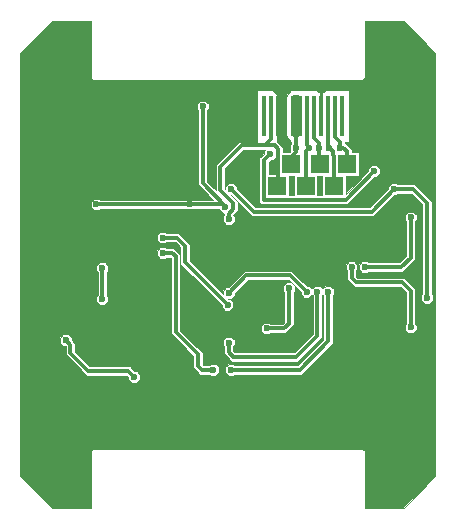
<source format=gbr>
%FSLAX34Y34*%
%MOMM*%
%LNSILK_TOP*%
G71*
G01*
%ADD10C, 0.30*%
%ADD11C, 0.60*%
%ADD12R, 0.30X3.50*%
%ADD13R, 1.50X1.50*%
%ADD14C, 0.10*%
%LPD*%
G54D10*
X276000Y910000D02*
X276000Y893000D01*
X280000Y889000D01*
X280000Y884000D01*
G54D10*
X270000Y910000D02*
X270000Y885000D01*
X271000Y884000D01*
G54D10*
X258000Y910000D02*
X258000Y892000D01*
X262000Y888000D01*
X262000Y884000D01*
G54D10*
X252000Y910000D02*
X252000Y886000D01*
X254000Y884000D01*
G54D10*
X243000Y910000D02*
X243000Y884000D01*
X243000Y884000D02*
G54D11*
D03*
X216000Y911000D02*
G54D12*
D03*
X222000Y911000D02*
G54D12*
D03*
X228000Y911000D02*
G54D12*
D03*
X234000Y911000D02*
G54D12*
D03*
X240000Y911000D02*
G54D12*
D03*
X246000Y911000D02*
G54D12*
D03*
X252000Y911000D02*
G54D12*
D03*
X258000Y911000D02*
G54D12*
D03*
X264000Y911000D02*
G54D12*
D03*
X270000Y911000D02*
G54D12*
D03*
X276000Y911000D02*
G54D12*
D03*
X282000Y911000D02*
G54D12*
D03*
G36*
X229000Y927000D02*
X233000Y927000D01*
X233000Y895000D01*
X229000Y895000D01*
X229000Y927000D01*
G37*
G54D10*
X229000Y927000D02*
X233000Y927000D01*
X233000Y895000D01*
X229000Y895000D01*
X229000Y927000D01*
G36*
X241000Y927000D02*
X245000Y927000D01*
X245000Y895000D01*
X241000Y895000D01*
X241000Y927000D01*
G37*
G54D10*
X241000Y927000D02*
X245000Y927000D01*
X245000Y895000D01*
X241000Y895000D01*
X241000Y927000D01*
X254000Y884000D02*
G54D11*
D03*
X262000Y884000D02*
G54D11*
D03*
X271000Y884000D02*
G54D11*
D03*
X280000Y884000D02*
G54D11*
D03*
G54D10*
X222000Y900000D02*
X222000Y891000D01*
X217000Y886000D01*
X197000Y886000D01*
X179000Y868000D01*
X179000Y848000D01*
X190000Y837000D01*
X190000Y832000D01*
X186000Y828000D01*
X186000Y824000D01*
X326000Y849000D02*
G54D11*
D03*
X340000Y825000D02*
G54D11*
D03*
X340000Y732000D02*
G54D11*
D03*
X354000Y757000D02*
G54D11*
D03*
X290000Y783000D02*
G54D11*
D03*
X301000Y783000D02*
G54D11*
D03*
G54D10*
X340000Y732000D02*
X340000Y763000D01*
X333000Y770000D01*
X294000Y770000D01*
X290000Y774000D01*
X290000Y783000D01*
G54D10*
X340000Y825000D02*
X340000Y791000D01*
X332000Y783000D01*
X301000Y783000D01*
G54D10*
X354000Y825000D02*
X354000Y757000D01*
X261000Y762000D02*
G54D11*
D03*
X270000Y762000D02*
G54D11*
D03*
X186000Y719000D02*
G54D11*
D03*
X188000Y696000D02*
G54D11*
D03*
G54D10*
X186000Y719000D02*
X186000Y711000D01*
X190000Y707000D01*
X243000Y707000D01*
X261000Y725000D01*
X261000Y762000D01*
G54D10*
X188000Y696000D02*
X246000Y696000D01*
X270000Y720000D01*
X270000Y762000D01*
X130000Y808000D02*
G54D11*
D03*
X130000Y795000D02*
G54D11*
D03*
X185000Y751000D02*
G54D11*
D03*
X173000Y696000D02*
G54D11*
D03*
G54D10*
X130000Y795000D02*
X138000Y795000D01*
X141000Y792000D01*
X141000Y728000D01*
X160000Y709000D01*
X160000Y699000D01*
X163000Y696000D01*
X173000Y696000D01*
G54D10*
X130000Y808000D02*
X142000Y808000D01*
X149000Y801000D01*
X149000Y787000D01*
X185000Y751000D01*
X106000Y690000D02*
G54D11*
D03*
X48000Y721000D02*
G54D11*
D03*
G54D10*
X48000Y721000D02*
X52000Y717000D01*
X52000Y710000D01*
X67000Y695000D01*
X101000Y695000D01*
X106000Y690000D01*
G54D10*
X79000Y782000D02*
X79000Y756000D01*
X79000Y782000D02*
G54D11*
D03*
X79000Y756000D02*
G54D11*
D03*
G54D10*
X183000Y834000D02*
X181000Y836000D01*
X74000Y836000D01*
X183000Y834000D02*
G54D11*
D03*
X74000Y836000D02*
G54D11*
D03*
X186000Y824000D02*
G54D11*
D03*
X252000Y762000D02*
G54D11*
D03*
X186000Y761000D02*
G54D11*
D03*
G54D10*
X186000Y761000D02*
X201000Y776000D01*
X238000Y776000D01*
X252000Y762000D01*
X164000Y919000D02*
G54D11*
D03*
G54D10*
X164000Y919000D02*
X164000Y854000D01*
X183000Y835000D01*
X183000Y834000D01*
X309000Y864000D02*
G54D11*
D03*
X221000Y879000D02*
G54D11*
D03*
G54D10*
X221000Y879000D02*
X216000Y874000D01*
X216000Y840000D01*
X285000Y840000D01*
X309000Y864000D01*
X237000Y765000D02*
G54D11*
D03*
X218000Y731000D02*
G54D11*
D03*
G54D10*
X237000Y765000D02*
X237000Y735000D01*
X233000Y731000D01*
X218000Y731000D01*
X188000Y849000D02*
G54D11*
D03*
G54D10*
X188000Y849000D02*
X207000Y830000D01*
X307000Y830000D01*
X326000Y849000D01*
X342000Y849000D01*
X354000Y837000D01*
X354000Y825000D01*
X286000Y870000D02*
G54D13*
D03*
X263000Y870000D02*
G54D13*
D03*
X239000Y870000D02*
G54D13*
D03*
X251000Y852000D02*
G54D13*
D03*
X275000Y852000D02*
G54D13*
D03*
X227000Y852000D02*
G54D13*
D03*
G54D10*
X280000Y884000D02*
X283000Y884000D01*
X286000Y881000D01*
X286000Y870000D01*
G54D10*
X271000Y884000D02*
X274000Y881000D01*
X274000Y878000D01*
X275000Y877000D01*
X275000Y852000D01*
G54D10*
X262000Y884000D02*
X262000Y871000D01*
X263000Y870000D01*
G54D10*
X254000Y884000D02*
X251000Y881000D01*
X251000Y852000D01*
G54D10*
X243000Y884000D02*
X243000Y880000D01*
X238000Y875000D01*
G54D10*
X217000Y886000D02*
X225000Y886000D01*
X228000Y883000D01*
X228000Y853000D01*
X227000Y852000D01*
X324000Y870000D02*
G54D13*
D03*
G36*
X69000Y991000D02*
X69000Y943000D01*
X71000Y941000D01*
X299000Y941000D01*
X301000Y943000D01*
X301000Y991000D01*
X334000Y991000D01*
X361000Y964000D01*
X361000Y927000D01*
X288000Y927000D01*
X288000Y933000D01*
X9000Y933000D01*
X9000Y964000D01*
X36000Y991000D01*
X69000Y991000D01*
G37*
G54D14*
X69000Y991000D02*
X69000Y943000D01*
X71000Y941000D01*
X299000Y941000D01*
X301000Y943000D01*
X301000Y991000D01*
X334000Y991000D01*
X361000Y964000D01*
X361000Y927000D01*
X288000Y927000D01*
X288000Y933000D01*
X9000Y933000D01*
X9000Y964000D01*
X36000Y991000D01*
X69000Y991000D01*
G36*
X69000Y579000D02*
X69000Y627000D01*
X71000Y629000D01*
X299000Y629000D01*
X301000Y627000D01*
X301000Y579000D01*
X334000Y579000D01*
X361000Y606000D01*
X361000Y684000D01*
X9000Y684000D01*
X9000Y606000D01*
X36000Y579000D01*
X69000Y579000D01*
G37*
G54D14*
X69000Y579000D02*
X69000Y627000D01*
X71000Y629000D01*
X299000Y629000D01*
X301000Y627000D01*
X301000Y579000D01*
X334000Y579000D01*
X361000Y606000D01*
X361000Y684000D01*
X9000Y684000D01*
X9000Y606000D01*
X36000Y579000D01*
X69000Y579000D01*
G36*
X9000Y933000D02*
X9000Y684000D01*
X42000Y684000D01*
X42000Y933000D01*
X9000Y933000D01*
G37*
G54D14*
X9000Y933000D02*
X9000Y684000D01*
X42000Y684000D01*
X42000Y933000D01*
X9000Y933000D01*
G36*
X232000Y880000D02*
X232000Y884000D01*
X227000Y889000D01*
X239000Y889000D01*
X239000Y887000D01*
X238000Y886000D01*
X238000Y884000D01*
X238000Y880000D01*
X232000Y880000D01*
G37*
G54D14*
X232000Y880000D02*
X232000Y884000D01*
X227000Y889000D01*
X239000Y889000D01*
X239000Y887000D01*
X238000Y886000D01*
X238000Y884000D01*
X238000Y880000D01*
X232000Y880000D01*
G36*
X237000Y860000D02*
X241000Y860000D01*
X241000Y844000D01*
X237000Y844000D01*
X237000Y860000D01*
G37*
G54D14*
X237000Y860000D02*
X241000Y860000D01*
X241000Y844000D01*
X237000Y844000D01*
X237000Y860000D01*
G36*
X261000Y860000D02*
X265000Y860000D01*
X265000Y844000D01*
X261000Y844000D01*
X261000Y860000D01*
G37*
G54D14*
X261000Y860000D02*
X265000Y860000D01*
X265000Y844000D01*
X261000Y844000D01*
X261000Y860000D01*
G36*
X225000Y862000D02*
X225000Y874000D01*
X225000Y875000D01*
X224000Y874000D01*
X222000Y874000D01*
X220000Y872000D01*
X220000Y862000D01*
X225000Y862000D01*
G37*
G54D14*
X225000Y862000D02*
X225000Y874000D01*
X225000Y875000D01*
X224000Y874000D01*
X222000Y874000D01*
X220000Y872000D01*
X220000Y862000D01*
X225000Y862000D01*
G36*
X209000Y882000D02*
X198000Y882000D01*
X183000Y867000D01*
X183000Y853000D01*
X183000Y849000D01*
X183000Y851000D01*
X186000Y854000D01*
X190000Y854000D01*
X193000Y851000D01*
X193000Y850000D01*
X193000Y849000D01*
X208000Y834000D01*
X216000Y834000D01*
X212000Y838000D01*
X212000Y875000D01*
X216000Y879000D01*
X216000Y881000D01*
X217000Y882000D01*
X209000Y882000D01*
G37*
G54D14*
X209000Y882000D02*
X198000Y882000D01*
X183000Y867000D01*
X183000Y853000D01*
X183000Y849000D01*
X183000Y851000D01*
X186000Y854000D01*
X190000Y854000D01*
X193000Y851000D01*
X193000Y850000D01*
X193000Y849000D01*
X208000Y834000D01*
X216000Y834000D01*
X212000Y838000D01*
X212000Y875000D01*
X216000Y879000D01*
X216000Y881000D01*
X217000Y882000D01*
X209000Y882000D01*
G36*
X210000Y836000D02*
X210000Y834000D01*
X305000Y834000D01*
X305000Y855000D01*
X286000Y836000D01*
X210000Y836000D01*
G37*
G54D14*
X210000Y836000D02*
X210000Y834000D01*
X305000Y834000D01*
X305000Y855000D01*
X286000Y836000D01*
X210000Y836000D01*
G36*
X358000Y812000D02*
X361000Y812000D01*
X361000Y927000D01*
X288000Y927000D01*
X288000Y889000D01*
X284000Y889000D01*
X284000Y888000D01*
X290000Y882000D01*
X290000Y880000D01*
X296000Y880000D01*
X296000Y860000D01*
X285000Y860000D01*
X285000Y845000D01*
X304000Y864000D01*
X304000Y866000D01*
X307000Y869000D01*
X311000Y869000D01*
X314000Y866000D01*
X314000Y860000D01*
X314000Y862000D01*
X311000Y859000D01*
X309000Y859000D01*
X305000Y855000D01*
X305000Y834000D01*
X306000Y834000D01*
X321000Y849000D01*
X321000Y851000D01*
X324000Y854000D01*
X328000Y854000D01*
X329000Y853000D01*
X343000Y853000D01*
X358000Y838000D01*
X358000Y812000D01*
G37*
G54D14*
X358000Y812000D02*
X361000Y812000D01*
X361000Y927000D01*
X288000Y927000D01*
X288000Y889000D01*
X284000Y889000D01*
X284000Y888000D01*
X290000Y882000D01*
X290000Y880000D01*
X296000Y880000D01*
X296000Y860000D01*
X285000Y860000D01*
X285000Y845000D01*
X304000Y864000D01*
X304000Y866000D01*
X307000Y869000D01*
X311000Y869000D01*
X314000Y866000D01*
X314000Y860000D01*
X314000Y862000D01*
X311000Y859000D01*
X309000Y859000D01*
X305000Y855000D01*
X305000Y834000D01*
X306000Y834000D01*
X321000Y849000D01*
X321000Y851000D01*
X324000Y854000D01*
X328000Y854000D01*
X329000Y853000D01*
X343000Y853000D01*
X358000Y838000D01*
X358000Y812000D01*
G36*
X164000Y924000D02*
X164000Y933000D01*
X210000Y933000D01*
X210000Y889000D01*
X195000Y889000D01*
X175000Y869000D01*
X175000Y848000D01*
X168000Y855000D01*
X168000Y916000D01*
X169000Y917000D01*
X169000Y921000D01*
X166000Y924000D01*
X164000Y924000D01*
G37*
G54D14*
X164000Y924000D02*
X164000Y933000D01*
X210000Y933000D01*
X210000Y889000D01*
X195000Y889000D01*
X175000Y869000D01*
X175000Y848000D01*
X168000Y855000D01*
X168000Y916000D01*
X169000Y917000D01*
X169000Y921000D01*
X166000Y924000D01*
X164000Y924000D01*
G36*
X173000Y840000D02*
X160000Y853000D01*
X160000Y916000D01*
X159000Y917000D01*
X159000Y921000D01*
X162000Y924000D01*
X164000Y924000D01*
X164000Y933000D01*
X42000Y933000D01*
X42000Y836000D01*
X69000Y836000D01*
X69000Y838000D01*
X72000Y841000D01*
X76000Y841000D01*
X77000Y840000D01*
X173000Y840000D01*
G37*
G54D14*
X173000Y840000D02*
X160000Y853000D01*
X160000Y916000D01*
X159000Y917000D01*
X159000Y921000D01*
X162000Y924000D01*
X164000Y924000D01*
X164000Y933000D01*
X42000Y933000D01*
X42000Y836000D01*
X69000Y836000D01*
X69000Y838000D01*
X72000Y841000D01*
X76000Y841000D01*
X77000Y840000D01*
X173000Y840000D01*
G36*
X43000Y721000D02*
X43000Y719000D01*
X46000Y716000D01*
X48000Y716000D01*
X48000Y709000D01*
X66000Y691000D01*
X100000Y691000D01*
X101000Y690000D01*
X101000Y688000D01*
X104000Y685000D01*
X106000Y685000D01*
X106000Y684000D01*
X42000Y684000D01*
X42000Y721000D01*
X43000Y721000D01*
G37*
G54D14*
X43000Y721000D02*
X43000Y719000D01*
X46000Y716000D01*
X48000Y716000D01*
X48000Y709000D01*
X66000Y691000D01*
X100000Y691000D01*
X101000Y690000D01*
X101000Y688000D01*
X104000Y685000D01*
X106000Y685000D01*
X106000Y684000D01*
X42000Y684000D01*
X42000Y721000D01*
X43000Y721000D01*
G36*
X358000Y812000D02*
X361000Y812000D01*
X361000Y684000D01*
X358000Y684000D01*
X358000Y754000D01*
X359000Y755000D01*
X359000Y759000D01*
X358000Y760000D01*
X358000Y812000D01*
G37*
G54D14*
X358000Y812000D02*
X361000Y812000D01*
X361000Y684000D01*
X358000Y684000D01*
X358000Y754000D01*
X359000Y755000D01*
X359000Y759000D01*
X358000Y760000D01*
X358000Y812000D01*
G36*
X130000Y832000D02*
X130000Y813000D01*
X128000Y813000D01*
X125000Y810000D01*
X125000Y806000D01*
X128000Y803000D01*
X130000Y803000D01*
X130000Y800000D01*
X128000Y800000D01*
X125000Y797000D01*
X125000Y793000D01*
X128000Y790000D01*
X130000Y790000D01*
X132000Y790000D01*
X133000Y791000D01*
X137000Y791000D01*
X137000Y727000D01*
X156000Y708000D01*
X156000Y684000D01*
X106000Y684000D01*
X106000Y685000D01*
X108000Y685000D01*
X111000Y688000D01*
X111000Y692000D01*
X108000Y695000D01*
X106000Y695000D01*
X102000Y699000D01*
X68000Y699000D01*
X56000Y711000D01*
X56000Y718000D01*
X53000Y721000D01*
X53000Y723000D01*
X50000Y726000D01*
X46000Y726000D01*
X43000Y723000D01*
X43000Y721000D01*
X42000Y721000D01*
X42000Y836000D01*
X69000Y836000D01*
X69000Y782000D01*
X74000Y782000D01*
X74000Y780000D01*
X75000Y779000D01*
X75000Y759000D01*
X74000Y758000D01*
X74000Y754000D01*
X77000Y751000D01*
X81000Y751000D01*
X84000Y754000D01*
X84000Y758000D01*
X83000Y759000D01*
X83000Y779000D01*
X84000Y780000D01*
X84000Y832000D01*
X130000Y832000D01*
G37*
G54D14*
X130000Y832000D02*
X130000Y813000D01*
X128000Y813000D01*
X125000Y810000D01*
X125000Y806000D01*
X128000Y803000D01*
X130000Y803000D01*
X130000Y800000D01*
X128000Y800000D01*
X125000Y797000D01*
X125000Y793000D01*
X128000Y790000D01*
X130000Y790000D01*
X132000Y790000D01*
X133000Y791000D01*
X137000Y791000D01*
X137000Y727000D01*
X156000Y708000D01*
X156000Y684000D01*
X106000Y684000D01*
X106000Y685000D01*
X108000Y685000D01*
X111000Y688000D01*
X111000Y692000D01*
X108000Y695000D01*
X106000Y695000D01*
X102000Y699000D01*
X68000Y699000D01*
X56000Y711000D01*
X56000Y718000D01*
X53000Y721000D01*
X53000Y723000D01*
X50000Y726000D01*
X46000Y726000D01*
X43000Y723000D01*
X43000Y721000D01*
X42000Y721000D01*
X42000Y836000D01*
X69000Y836000D01*
X69000Y782000D01*
X74000Y782000D01*
X74000Y780000D01*
X75000Y779000D01*
X75000Y759000D01*
X74000Y758000D01*
X74000Y754000D01*
X77000Y751000D01*
X81000Y751000D01*
X84000Y754000D01*
X84000Y758000D01*
X83000Y759000D01*
X83000Y779000D01*
X84000Y780000D01*
X84000Y832000D01*
X130000Y832000D01*
G36*
X77000Y832000D02*
X84000Y832000D01*
X84000Y784000D01*
X81000Y787000D01*
X77000Y787000D01*
X74000Y784000D01*
X74000Y782000D01*
X69000Y782000D01*
X69000Y834000D01*
X71000Y832000D01*
X72000Y831000D01*
X76000Y831000D01*
X77000Y832000D01*
G37*
G54D14*
X77000Y832000D02*
X84000Y832000D01*
X84000Y784000D01*
X81000Y787000D01*
X77000Y787000D01*
X74000Y784000D01*
X74000Y782000D01*
X69000Y782000D01*
X69000Y834000D01*
X71000Y832000D01*
X72000Y831000D01*
X76000Y831000D01*
X77000Y832000D01*
G36*
X141000Y804000D02*
X145000Y800000D01*
X145000Y783000D01*
X145000Y793000D01*
X139000Y799000D01*
X133000Y799000D01*
X132000Y800000D01*
X130000Y800000D01*
X130000Y803000D01*
X132000Y803000D01*
X133000Y804000D01*
X141000Y804000D01*
G37*
G54D14*
X141000Y804000D02*
X145000Y800000D01*
X145000Y783000D01*
X145000Y793000D01*
X139000Y799000D01*
X133000Y799000D01*
X132000Y800000D01*
X130000Y800000D01*
X130000Y803000D01*
X132000Y803000D01*
X133000Y804000D01*
X141000Y804000D01*
G36*
X145000Y786000D02*
X180000Y751000D01*
X180000Y749000D01*
X183000Y746000D01*
X187000Y746000D01*
X187000Y724000D01*
X184000Y724000D01*
X181000Y721000D01*
X181000Y717000D01*
X182000Y716000D01*
X182000Y710000D01*
X164000Y710000D01*
X145000Y729000D01*
X145000Y786000D01*
G37*
G54D14*
X145000Y786000D02*
X180000Y751000D01*
X180000Y749000D01*
X183000Y746000D01*
X187000Y746000D01*
X187000Y724000D01*
X184000Y724000D01*
X181000Y721000D01*
X181000Y717000D01*
X182000Y716000D01*
X182000Y710000D01*
X164000Y710000D01*
X145000Y729000D01*
X145000Y786000D01*
G36*
X164000Y710000D02*
X182000Y710000D01*
X189000Y703000D01*
X244000Y703000D01*
X265000Y724000D01*
X265000Y759000D01*
X266000Y759000D01*
X266000Y721000D01*
X245000Y700000D01*
X191000Y700000D01*
X190000Y701000D01*
X186000Y701000D01*
X183000Y698000D01*
X183000Y696000D01*
X178000Y696000D01*
X178000Y698000D01*
X175000Y701000D01*
X171000Y701000D01*
X170000Y700000D01*
X164000Y700000D01*
X164000Y710000D01*
G37*
G54D14*
X164000Y710000D02*
X182000Y710000D01*
X189000Y703000D01*
X244000Y703000D01*
X265000Y724000D01*
X265000Y759000D01*
X266000Y759000D01*
X266000Y721000D01*
X245000Y700000D01*
X191000Y700000D01*
X190000Y701000D01*
X186000Y701000D01*
X183000Y698000D01*
X183000Y696000D01*
X178000Y696000D01*
X178000Y698000D01*
X175000Y701000D01*
X171000Y701000D01*
X170000Y700000D01*
X164000Y700000D01*
X164000Y710000D01*
G36*
X191000Y711000D02*
X190000Y712000D01*
X190000Y716000D01*
X191000Y717000D01*
X191000Y721000D01*
X188000Y724000D01*
X187000Y724000D01*
X187000Y746000D01*
X190000Y749000D01*
X190000Y753000D01*
X187000Y756000D01*
X185000Y756000D01*
X187000Y756000D01*
X188000Y756000D01*
X191000Y759000D01*
X191000Y761000D01*
X202000Y772000D01*
X237000Y772000D01*
X237000Y770000D01*
X235000Y770000D01*
X232000Y767000D01*
X232000Y763000D01*
X233000Y762000D01*
X233000Y736000D01*
X232000Y735000D01*
X221000Y735000D01*
X220000Y736000D01*
X216000Y736000D01*
X213000Y733000D01*
X213000Y729000D01*
X216000Y726000D01*
X220000Y726000D01*
X221000Y727000D01*
X225000Y727000D01*
X225000Y711000D01*
X191000Y711000D01*
G37*
G54D14*
X191000Y711000D02*
X190000Y712000D01*
X190000Y716000D01*
X191000Y717000D01*
X191000Y721000D01*
X188000Y724000D01*
X187000Y724000D01*
X187000Y746000D01*
X190000Y749000D01*
X190000Y753000D01*
X187000Y756000D01*
X185000Y756000D01*
X187000Y756000D01*
X188000Y756000D01*
X191000Y759000D01*
X191000Y761000D01*
X202000Y772000D01*
X237000Y772000D01*
X237000Y770000D01*
X235000Y770000D01*
X232000Y767000D01*
X232000Y763000D01*
X233000Y762000D01*
X233000Y736000D01*
X232000Y735000D01*
X221000Y735000D01*
X220000Y736000D01*
X216000Y736000D01*
X213000Y733000D01*
X213000Y729000D01*
X216000Y726000D01*
X220000Y726000D01*
X221000Y727000D01*
X225000Y727000D01*
X225000Y711000D01*
X191000Y711000D01*
G36*
X225000Y711000D02*
X225000Y727000D01*
X234000Y727000D01*
X241000Y734000D01*
X241000Y762000D01*
X242000Y763000D01*
X242000Y767000D01*
X239000Y770000D01*
X237000Y770000D01*
X237000Y772000D01*
X247000Y762000D01*
X247000Y760000D01*
X250000Y757000D01*
X254000Y757000D01*
X256000Y759000D01*
X257000Y759000D01*
X257000Y726000D01*
X242000Y711000D01*
X225000Y711000D01*
G37*
G54D14*
X225000Y711000D02*
X225000Y727000D01*
X234000Y727000D01*
X241000Y734000D01*
X241000Y762000D01*
X242000Y763000D01*
X242000Y767000D01*
X239000Y770000D01*
X237000Y770000D01*
X237000Y772000D01*
X247000Y762000D01*
X247000Y760000D01*
X250000Y757000D01*
X254000Y757000D01*
X256000Y759000D01*
X257000Y759000D01*
X257000Y726000D01*
X242000Y711000D01*
X225000Y711000D01*
G36*
X217000Y780000D02*
X200000Y780000D01*
X186000Y766000D01*
X184000Y766000D01*
X181000Y763000D01*
X181000Y760000D01*
X153000Y788000D01*
X153000Y802000D01*
X143000Y812000D01*
X133000Y812000D01*
X132000Y813000D01*
X130000Y813000D01*
X130000Y832000D01*
X178000Y832000D01*
X180000Y830000D01*
X181000Y829000D01*
X182000Y828000D01*
X182000Y827000D01*
X181000Y826000D01*
X181000Y822000D01*
X184000Y819000D01*
X188000Y819000D01*
X191000Y822000D01*
X191000Y826000D01*
X190000Y827000D01*
X194000Y831000D01*
X194000Y838000D01*
X188000Y844000D01*
X206000Y826000D01*
X217000Y826000D01*
X217000Y780000D01*
G37*
G54D14*
X217000Y780000D02*
X200000Y780000D01*
X186000Y766000D01*
X184000Y766000D01*
X181000Y763000D01*
X181000Y760000D01*
X153000Y788000D01*
X153000Y802000D01*
X143000Y812000D01*
X133000Y812000D01*
X132000Y813000D01*
X130000Y813000D01*
X130000Y832000D01*
X178000Y832000D01*
X180000Y830000D01*
X181000Y829000D01*
X182000Y828000D01*
X182000Y827000D01*
X181000Y826000D01*
X181000Y822000D01*
X184000Y819000D01*
X188000Y819000D01*
X191000Y822000D01*
X191000Y826000D01*
X190000Y827000D01*
X194000Y831000D01*
X194000Y838000D01*
X188000Y844000D01*
X206000Y826000D01*
X217000Y826000D01*
X217000Y780000D01*
G54D14*
X262000Y826000D02*
X290000Y826000D01*
X290000Y788000D01*
X288000Y788000D01*
X285000Y785000D01*
X285000Y781000D01*
X286000Y780000D01*
X286000Y762000D01*
X275000Y762000D01*
X275000Y764000D01*
X272000Y767000D01*
X268000Y767000D01*
X266000Y765000D01*
X265000Y765000D01*
X263000Y767000D01*
X259000Y767000D01*
X257000Y765000D01*
X256000Y765000D01*
X254000Y767000D01*
X252000Y767000D01*
X239000Y780000D01*
X217000Y780000D01*
X217000Y826000D01*
X262000Y826000D01*
G36*
X290000Y826000D02*
X290000Y788000D01*
X288000Y788000D01*
X285000Y785000D01*
X285000Y781000D01*
X286000Y780000D01*
X286000Y762000D01*
X275000Y762000D01*
X275000Y764000D01*
X272000Y767000D01*
X268000Y767000D01*
X266000Y765000D01*
X265000Y765000D01*
X263000Y767000D01*
X259000Y767000D01*
X257000Y765000D01*
X256000Y765000D01*
X254000Y767000D01*
X252000Y767000D01*
X239000Y780000D01*
X217000Y780000D01*
X217000Y826000D01*
X290000Y826000D01*
G37*
G54D14*
X290000Y826000D02*
X290000Y788000D01*
X288000Y788000D01*
X285000Y785000D01*
X285000Y781000D01*
X286000Y780000D01*
X286000Y762000D01*
X275000Y762000D01*
X275000Y764000D01*
X272000Y767000D01*
X268000Y767000D01*
X266000Y765000D01*
X265000Y765000D01*
X263000Y767000D01*
X259000Y767000D01*
X257000Y765000D01*
X256000Y765000D01*
X254000Y767000D01*
X252000Y767000D01*
X239000Y780000D01*
X217000Y780000D01*
X217000Y826000D01*
X290000Y826000D01*
G36*
X345000Y732000D02*
X345000Y734000D01*
X344000Y735000D01*
X344000Y764000D01*
X334000Y774000D01*
X295000Y774000D01*
X294000Y775000D01*
X294000Y780000D01*
X295000Y781000D01*
X295000Y783000D01*
X296000Y783000D01*
X296000Y781000D01*
X299000Y778000D01*
X303000Y778000D01*
X304000Y779000D01*
X333000Y779000D01*
X344000Y790000D01*
X344000Y822000D01*
X345000Y823000D01*
X345000Y827000D01*
X342000Y830000D01*
X338000Y830000D01*
X335000Y827000D01*
X335000Y823000D01*
X336000Y822000D01*
X336000Y792000D01*
X331000Y787000D01*
X304000Y787000D01*
X303000Y788000D01*
X299000Y788000D01*
X296000Y785000D01*
X296000Y783000D01*
X295000Y783000D01*
X295000Y785000D01*
X292000Y788000D01*
X290000Y788000D01*
X290000Y826000D01*
X308000Y826000D01*
X326000Y844000D01*
X328000Y844000D01*
X329000Y845000D01*
X341000Y845000D01*
X350000Y836000D01*
X350000Y760000D01*
X349000Y759000D01*
X349000Y755000D01*
X352000Y752000D01*
X356000Y752000D01*
X358000Y754000D01*
X358000Y732000D01*
X345000Y732000D01*
G37*
G54D14*
X345000Y732000D02*
X345000Y734000D01*
X344000Y735000D01*
X344000Y764000D01*
X334000Y774000D01*
X295000Y774000D01*
X294000Y775000D01*
X294000Y780000D01*
X295000Y781000D01*
X295000Y783000D01*
X296000Y783000D01*
X296000Y781000D01*
X299000Y778000D01*
X303000Y778000D01*
X304000Y779000D01*
X333000Y779000D01*
X344000Y790000D01*
X344000Y822000D01*
X345000Y823000D01*
X345000Y827000D01*
X342000Y830000D01*
X338000Y830000D01*
X335000Y827000D01*
X335000Y823000D01*
X336000Y822000D01*
X336000Y792000D01*
X331000Y787000D01*
X304000Y787000D01*
X303000Y788000D01*
X299000Y788000D01*
X296000Y785000D01*
X296000Y783000D01*
X295000Y783000D01*
X295000Y785000D01*
X292000Y788000D01*
X290000Y788000D01*
X290000Y826000D01*
X308000Y826000D01*
X326000Y844000D01*
X328000Y844000D01*
X329000Y845000D01*
X341000Y845000D01*
X350000Y836000D01*
X350000Y760000D01*
X349000Y759000D01*
X349000Y755000D01*
X352000Y752000D01*
X356000Y752000D01*
X358000Y754000D01*
X358000Y732000D01*
X345000Y732000D01*
G36*
X332000Y766000D02*
X336000Y762000D01*
X336000Y735000D01*
X335000Y734000D01*
X335000Y730000D01*
X338000Y727000D01*
X342000Y727000D01*
X345000Y730000D01*
X345000Y732000D01*
X358000Y732000D01*
X358000Y684000D01*
X156000Y684000D01*
X156000Y698000D01*
X162000Y692000D01*
X170000Y692000D01*
X171000Y691000D01*
X175000Y691000D01*
X178000Y694000D01*
X178000Y696000D01*
X183000Y696000D01*
X183000Y694000D01*
X186000Y691000D01*
X190000Y691000D01*
X191000Y692000D01*
X247000Y692000D01*
X274000Y719000D01*
X274000Y759000D01*
X275000Y760000D01*
X275000Y762000D01*
X286000Y762000D01*
X286000Y773000D01*
X293000Y766000D01*
X332000Y766000D01*
G37*
G54D14*
X332000Y766000D02*
X336000Y762000D01*
X336000Y735000D01*
X335000Y734000D01*
X335000Y730000D01*
X338000Y727000D01*
X342000Y727000D01*
X345000Y730000D01*
X345000Y732000D01*
X358000Y732000D01*
X358000Y684000D01*
X156000Y684000D01*
X156000Y698000D01*
X162000Y692000D01*
X170000Y692000D01*
X171000Y691000D01*
X175000Y691000D01*
X178000Y694000D01*
X178000Y696000D01*
X183000Y696000D01*
X183000Y694000D01*
X186000Y691000D01*
X190000Y691000D01*
X191000Y692000D01*
X247000Y692000D01*
X274000Y719000D01*
X274000Y759000D01*
X275000Y760000D01*
X275000Y762000D01*
X286000Y762000D01*
X286000Y773000D01*
X293000Y766000D01*
X332000Y766000D01*
G36*
X227000Y928000D02*
X227000Y929000D01*
X223000Y933000D01*
X239000Y933000D01*
X235000Y929000D01*
X235000Y928000D01*
X227000Y928000D01*
G37*
G54D14*
X227000Y928000D02*
X227000Y929000D01*
X223000Y933000D01*
X239000Y933000D01*
X235000Y929000D01*
X235000Y928000D01*
X227000Y928000D01*
G36*
X227000Y894000D02*
X227000Y889000D01*
X239000Y889000D01*
X235000Y893000D01*
X235000Y894000D01*
X227000Y894000D01*
G37*
G54D14*
X227000Y894000D02*
X227000Y889000D01*
X239000Y889000D01*
X235000Y893000D01*
X235000Y894000D01*
X227000Y894000D01*
G36*
X265000Y928000D02*
X265000Y930000D01*
X268000Y933000D01*
X260000Y933000D01*
X263000Y930000D01*
X263000Y928000D01*
X265000Y928000D01*
G37*
G54D14*
X265000Y928000D02*
X265000Y930000D01*
X268000Y933000D01*
X260000Y933000D01*
X263000Y930000D01*
X263000Y928000D01*
X265000Y928000D01*
X200000Y899000D02*
G54D11*
D03*
X317000Y911000D02*
G54D11*
D03*
X22000Y875000D02*
G54D11*
D03*
X198000Y871000D02*
G54D11*
D03*
X211000Y719000D02*
G54D11*
D03*
X211000Y686000D02*
G54D11*
D03*
X290000Y686000D02*
G54D11*
D03*
X290000Y719000D02*
G54D11*
D03*
X313000Y757000D02*
G54D11*
D03*
X199000Y784000D02*
G54D11*
D03*
X225000Y797000D02*
G54D11*
D03*
X234000Y806000D02*
G54D11*
D03*
X243000Y797000D02*
G54D11*
D03*
X252000Y806000D02*
G54D11*
D03*
X261000Y797000D02*
G54D11*
D03*
X270000Y806000D02*
G54D11*
D03*
X225000Y815000D02*
G54D11*
D03*
X243000Y815000D02*
G54D11*
D03*
X262000Y814000D02*
G54D11*
D03*
X142000Y658000D02*
G54D11*
D03*
X21000Y850000D02*
G54D11*
D03*
X37000Y850000D02*
G54D11*
D03*
X53000Y850000D02*
G54D11*
D03*
X21000Y783000D02*
G54D11*
D03*
X37000Y783000D02*
G54D11*
D03*
X53000Y783000D02*
G54D11*
D03*
X21000Y833000D02*
G54D11*
D03*
X21000Y817000D02*
G54D11*
D03*
X21000Y801000D02*
G54D11*
D03*
X153000Y836000D02*
G54D11*
D03*
M02*

</source>
